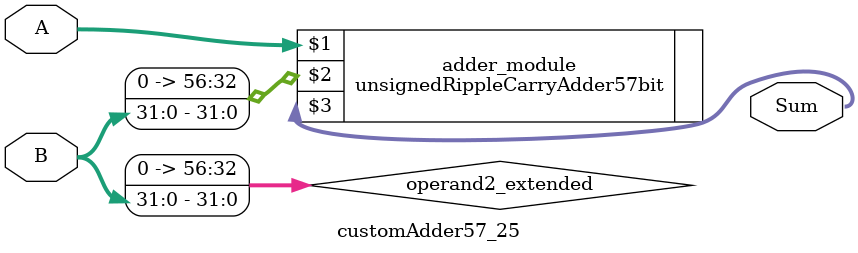
<source format=v>
module customAdder57_25(
                        input [56 : 0] A,
                        input [31 : 0] B,
                        
                        output [57 : 0] Sum
                );

        wire [56 : 0] operand2_extended;
        
        assign operand2_extended =  {25'b0, B};
        
        unsignedRippleCarryAdder57bit adder_module(
            A,
            operand2_extended,
            Sum
        );
        
        endmodule
        
</source>
